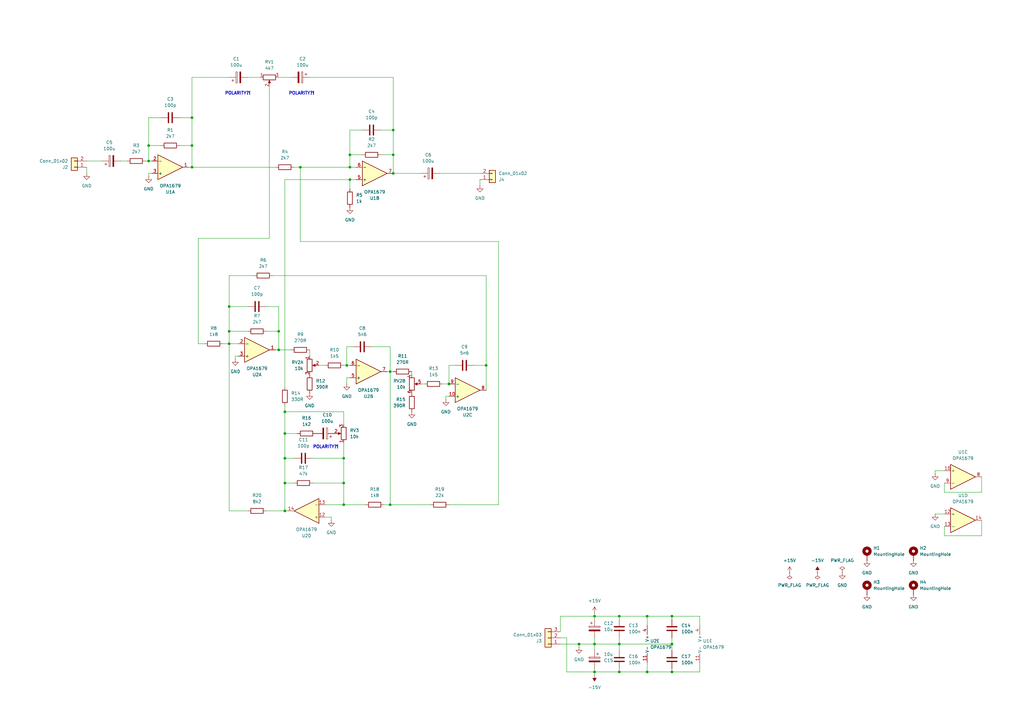
<source format=kicad_sch>
(kicad_sch (version 20231120) (generator "eeschema") (generator_version "8.0")
  (paper "A3")
  (title_block (title "Purrtico M") (date "2024-07-17") (rev "01") (company "Greybox Audio"))
  (lib_symbols
    (symbol "+15V_1" (power) (pin_numbers hide) (pin_names (offset 0) hide)
      (property "Value" "+15V" (at 0 3.556 0))
      (symbol "+15V_1_0_1"
        (polyline (pts (xy -0.762 1.27) (xy 0 2.54)))
        (polyline (pts (xy 0 0) (xy 0 2.54)))
        (polyline (pts (xy 0 2.54) (xy 0.762 1.27)))
      )
      (symbol "+15V_1_1_1"
        (pin power_in line (at 0 0 90) (length 0) (name "~") (number "1"))
      )
    )
    (symbol "Amplifier_Operational:OPA1679" (pin_names (offset 0.127))
      (property "Reference" "U" (at 0 5.08 0))
      (property "Value" "OPA1679" (at 0 -5.08 0))
      (symbol "OPA1679_1_1"
        (polyline (pts (xy -5.08 5.08) (xy 5.08 0) (xy -5.08 -5.08) (xy -5.08 5.08)) (stroke (width 0.254)) (fill (type background)))
        (pin output line (at 7.62 0 180) (length 2.54) (name "~") (number "1"))
        (pin input line (at -7.62 -2.54 0) (length 2.54) (name "-") (number "2"))
        (pin input line (at -7.62 2.54 0) (length 2.54) (name "+") (number "3"))
      )
      (symbol "OPA1679_2_1"
        (polyline (pts (xy -5.08 5.08) (xy 5.08 0) (xy -5.08 -5.08) (xy -5.08 5.08)) (stroke (width 0.254)) (fill (type background)))
        (pin input line (at -7.62 2.54 0) (length 2.54) (name "+") (number "5"))
        (pin input line (at -7.62 -2.54 0) (length 2.54) (name "-") (number "6"))
        (pin output line (at 7.62 0 180) (length 2.54) (name "~") (number "7"))
      )
      (symbol "OPA1679_3_1"
        (polyline (pts (xy -5.08 5.08) (xy 5.08 0) (xy -5.08 -5.08) (xy -5.08 5.08)) (stroke (width 0.254)) (fill (type background)))
        (pin input line (at -7.62 2.54 0) (length 2.54) (name "+") (number "10"))
        (pin output line (at 7.62 0 180) (length 2.54) (name "~") (number "8"))
        (pin input line (at -7.62 -2.54 0) (length 2.54) (name "-") (number "9"))
      )
      (symbol "OPA1679_4_1"
        (polyline (pts (xy -5.08 5.08) (xy 5.08 0) (xy -5.08 -5.08) (xy -5.08 5.08)) (stroke (width 0.254)) (fill (type background)))
        (pin input line (at -7.62 2.54 0) (length 2.54) (name "+") (number "12"))
        (pin input line (at -7.62 -2.54 0) (length 2.54) (name "-") (number "13"))
        (pin output line (at 7.62 0 180) (length 2.54) (name "~") (number "14"))
      )
      (symbol "OPA1679_5_1"
        (pin power_in line (at -2.54 -7.62 90) (length 3.81) (name "V-") (number "11"))
        (pin power_in line (at -2.54 7.62 270) (length 3.81) (name "V+") (number "4"))
      )
    )
    (symbol "Connector_Generic:Conn_01x02" (pin_names (offset 1.016) hide)
      (property "Reference" "J" (at 0 2.54 0))
      (property "Value" "Conn_01x02" (at 0 -5.08 0))
      (symbol "Conn_01x02_1_1"
        (rectangle (start -1.27 -2.413) (end 0 -2.667) (stroke (width 0.1524)))
        (rectangle (start -1.27 0.127) (end 0 -0.127) (stroke (width 0.1524)))
        (rectangle (start -1.27 1.27) (end 1.27 -3.81) (stroke (width 0.254)) (fill (type background)))
        (pin passive line (at -5.08 0 0) (length 3.81) (name "Pin_1") (number "1"))
        (pin passive line (at -5.08 -2.54 0) (length 3.81) (name "Pin_2") (number "2"))
      )
    )
    (symbol "Connector_Generic:Conn_01x03" (pin_names (offset 1.016) hide)
      (property "Reference" "J" (at 0 5.08 0))
      (property "Value" "Conn_01x03" (at 0 -5.08 0))
      (symbol "Conn_01x03_1_1"
        (rectangle (start -1.27 -2.413) (end 0 -2.667) (stroke (width 0.1524)))
        (rectangle (start -1.27 0.127) (end 0 -0.127) (stroke (width 0.1524)))
        (rectangle (start -1.27 2.667) (end 0 2.413) (stroke (width 0.1524)))
        (rectangle (start -1.27 3.81) (end 1.27 -3.81) (stroke (width 0.254)) (fill (type background)))
        (pin passive line (at -5.08 2.54 0) (length 3.81) (name "Pin_1") (number "1"))
        (pin passive line (at -5.08 0 0) (length 3.81) (name "Pin_2") (number "2"))
        (pin passive line (at -5.08 -2.54 0) (length 3.81) (name "Pin_3") (number "3"))
      )
    )
    (symbol "Device:C" (pin_numbers hide) (pin_names (offset 0.254))
      (property "Reference" "C" (at 0.635 2.54 0))
      (property "Value" "C" (at 0.635 -2.54 0))
      (symbol "C_0_1"
        (polyline (pts (xy -2.032 -0.762) (xy 2.032 -0.762)) (stroke (width 0.508)))
        (polyline (pts (xy -2.032 0.762) (xy 2.032 0.762)) (stroke (width 0.508)))
      )
      (symbol "C_1_1"
        (pin passive line (at 0 3.81 270) (length 2.794) (name "~") (number "1"))
        (pin passive line (at 0 -3.81 90) (length 2.794) (name "~") (number "2"))
      )
    )
    (symbol "Device:C_Polarized" (pin_numbers hide) (pin_names (offset 0.254))
      (property "Reference" "C" (at 0.635 2.54 0))
      (property "Value" "C_Polarized" (at 0.635 -2.54 0))
      (symbol "C_Polarized_0_1"
        (rectangle (start -2.286 0.508) (end 2.286 1.016))
        (polyline (pts (xy -1.778 2.286) (xy -0.762 2.286)))
        (polyline (pts (xy -1.27 2.794) (xy -1.27 1.778)))
        (rectangle (start 2.286 -0.508) (end -2.286 -1.016) (fill (type outline)))
      )
      (symbol "C_Polarized_1_1"
        (pin passive line (at 0 3.81 270) (length 2.794) (name "~") (number "1"))
        (pin passive line (at 0 -3.81 90) (length 2.794) (name "~") (number "2"))
      )
    )
    (symbol "Device:R" (pin_numbers hide) (pin_names (offset 0))
      (property "Reference" "R" (at 2.032 0 90))
      (property "Value" "R" (at 0 0 90))
      (symbol "R_0_1"
        (rectangle (start -1.016 -2.54) (end 1.016 2.54) (stroke (width 0.254)))
      )
      (symbol "R_1_1"
        (pin passive line (at 0 3.81 270) (length 1.27) (name "~") (number "1"))
        (pin passive line (at 0 -3.81 90) (length 1.27) (name "~") (number "2"))
      )
    )
    (symbol "Device:R_Potentiometer" (pin_names (offset 1.016) hide)
      (property "Reference" "RV" (at -4.445 0 90))
      (property "Value" "R_Potentiometer" (at -2.54 0 90))
      (symbol "R_Potentiometer_0_1"
        (polyline (pts (xy 2.54 0) (xy 1.524 0)))
        (polyline (pts (xy 1.143 0) (xy 2.286 0.508) (xy 2.286 -0.508) (xy 1.143 0)) (fill (type outline)))
        (rectangle (start 1.016 2.54) (end -1.016 -2.54) (stroke (width 0.254)))
      )
      (symbol "R_Potentiometer_1_1"
        (pin passive line (at 0 3.81 270) (length 1.27) (name "1") (number "1"))
        (pin passive line (at 3.81 0 180) (length 1.27) (name "2") (number "2"))
        (pin passive line (at 0 -3.81 90) (length 1.27) (name "3") (number "3"))
      )
    )
    (symbol "Device:R_Potentiometer_Dual_Separate" (pin_names (offset 1.016) hide)
      (property "Reference" "RV" (at -4.445 0 90))
      (property "Value" "R_Potentiometer_Dual_Separate" (at -2.54 0 90))
      (symbol "R_Potentiometer_Dual_Separate_0_1"
        (polyline (pts (xy 2.54 0) (xy 1.524 0)))
        (polyline (pts (xy 1.143 0) (xy 2.286 0.508) (xy 2.286 -0.508) (xy 1.143 0)) (fill (type outline)))
        (rectangle (start 1.016 2.54) (end -1.016 -2.54) (stroke (width 0.254)))
      )
      (symbol "R_Potentiometer_Dual_Separate_1_1"
        (pin passive line (at 0 3.81 270) (length 1.27) (name "1") (number "1"))
        (pin passive line (at 3.81 0 180) (length 1.27) (name "2") (number "2"))
        (pin passive line (at 0 -3.81 90) (length 1.27) (name "3") (number "3"))
      )
      (symbol "R_Potentiometer_Dual_Separate_2_1"
        (pin passive line (at 0 3.81 270) (length 1.27) (name "4") (number "4"))
        (pin passive line (at 3.81 0 180) (length 1.27) (name "5") (number "5"))
        (pin passive line (at 0 -3.81 90) (length 1.27) (name "6") (number "6"))
      )
    )
    (symbol "GND_1" (power) (pin_numbers hide) (pin_names (offset 0) hide)
      (property "Value" "GND" (at 0 -3.81 0))
      (symbol "GND_1_0_1"
        (polyline (pts (xy 0 0) (xy 0 -1.27) (xy 1.27 -1.27) (xy 0 -2.54) (xy -1.27 -1.27) (xy 0 -1.27)))
      )
      (symbol "GND_1_1_1"
        (pin power_in line (at 0 0 270) (length 0) (name "~") (number "1"))
      )
    )
    (symbol "Mechanical:MountingHole_Pad" (pin_numbers hide) (pin_names (offset 1.016) hide) (exclude_from_sim yes) (in_bom no)
      (property "Reference" "H" (at 0 6.35 0))
      (property "Value" "MountingHole_Pad" (at 0 4.445 0))
      (symbol "MountingHole_Pad_0_1"
        (circle (center 0 1.27) (radius 1.27) (stroke (width 1.27)))
      )
      (symbol "MountingHole_Pad_1_1"
        (pin input line (at 0 -2.54 90) (length 2.54) (name "1") (number "1"))
      )
    )
    (symbol "power:-15V" (power) (pin_numbers hide) (pin_names (offset 0) hide)
      (property "Value" "-15V" (at 0 3.556 0))
      (symbol "-15V_0_0"
        (pin power_in line (at 0 0 90) (length 0) (name "~") (number "1"))
      )
      (symbol "-15V_0_1"
        (polyline (pts (xy 0 0) (xy 0 1.27) (xy 0.762 1.27) (xy 0 2.54) (xy -0.762 1.27) (xy 0 1.27)) (fill (type outline)))
      )
    )
    (symbol "power:PWR_FLAG" (power) (pin_numbers hide) (pin_names (offset 0) hide)
      (property "Value" "PWR_FLAG" (at 0 3.81 0))
      (symbol "PWR_FLAG_0_0"
        (pin power_out line (at 0 0 90) (length 0) (name "~") (number "1"))
      )
      (symbol "PWR_FLAG_0_1"
        (polyline (pts (xy 0 0) (xy 0 1.27) (xy -1.016 1.905) (xy 0 2.54) (xy 1.016 1.905) (xy 0 1.27)))
      )
    )
  )
  (junction (at 254 264.16))
  (junction (at 140.97 198.12))
  (junction (at 143.51 68.58))
  (junction (at 60.96 59.69))
  (junction (at 78.74 68.58))
  (junction (at 114.3 143.51))
  (junction (at 78.74 59.69))
  (junction (at 116.84 187.96))
  (junction (at 143.51 73.66))
  (junction (at 114.3 135.89))
  (junction (at 116.84 177.8))
  (junction (at 140.97 187.96))
  (junction (at 93.98 125.73))
  (junction (at 275.59 252.73))
  (junction (at 116.84 209.55))
  (junction (at 275.59 275.59))
  (junction (at 243.84 252.73))
  (junction (at 93.98 135.89))
  (junction (at 142.24 149.86))
  (junction (at 140.97 207.01))
  (junction (at 243.84 275.59))
  (junction (at 265.43 252.73))
  (junction (at 184.15 157.48))
  (junction (at 78.74 48.26))
  (junction (at 265.43 275.59))
  (junction (at 199.39 149.86))
  (junction (at 93.98 140.97))
  (junction (at 160.02 152.4))
  (junction (at 143.51 63.5))
  (junction (at 237.49 264.16))
  (junction (at 254 252.73))
  (junction (at 161.29 71.12))
  (junction (at 161.29 53.34))
  (junction (at 161.29 63.5))
  (junction (at 243.84 264.16))
  (junction (at 254 275.59))
  (junction (at 275.59 264.16))
  (junction (at 60.96 66.04))
  (junction (at 116.84 198.12))
  (junction (at 160.02 207.01))
  (junction (at 123.19 68.58))
  (junction (at 116.84 168.91))
  (wire (pts (xy 116.84 187.96) (xy 120.65 187.96)))
  (wire (pts (xy 140.97 187.96) (xy 140.97 198.12)))
  (wire (pts (xy 148.59 63.5) (xy 143.51 63.5)))
  (wire (pts (xy 172.72 157.48) (xy 173.99 157.48)))
  (wire (pts (xy 114.3 143.51) (xy 119.38 143.51)))
  (wire (pts (xy 229.87 261.62) (xy 232.41 261.62)))
  (wire (pts (xy 66.04 48.26) (xy 60.96 48.26)))
  (wire (pts (xy 184.15 162.56) (xy 182.88 162.56)))
  (wire (pts (xy 156.21 53.34) (xy 161.29 53.34)))
  (wire (pts (xy 143.51 154.94) (xy 142.24 154.94)))
  (wire (pts (xy 142.24 142.24) (xy 144.78 142.24)))
  (wire (pts (xy 93.98 125.73) (xy 101.6 125.73)))
  (wire (pts (xy 237.49 264.16) (xy 237.49 265.43)))
  (wire (pts (xy 93.98 140.97) (xy 97.79 140.97)))
  (wire (pts (xy 81.28 140.97) (xy 83.82 140.97)))
  (wire (pts (xy 232.41 261.62) (xy 232.41 275.59)))
  (wire (pts (xy 116.84 166.37) (xy 116.84 168.91)))
  (wire (pts (xy 127 143.51) (xy 127 146.05)))
  (wire (pts (xy 194.31 149.86) (xy 199.39 149.86)))
  (wire (pts (xy 109.22 125.73) (xy 114.3 125.73)))
  (wire (pts (xy 387.35 198.12) (xy 387.35 201.93)))
  (wire (pts (xy 287.02 256.54) (xy 287.02 252.73)))
  (wire (pts (xy 182.88 162.56) (xy 182.88 163.83)))
  (wire (pts (xy 161.29 53.34) (xy 161.29 63.5)))
  (wire (pts (xy 254 254) (xy 254 252.73)))
  (wire (pts (xy 160.02 207.01) (xy 160.02 152.4)))
  (wire (pts (xy 78.74 31.75) (xy 93.98 31.75)))
  (wire (pts (xy 116.84 187.96) (xy 116.84 198.12)))
  (wire (pts (xy 81.28 97.79) (xy 110.49 97.79)))
  (wire (pts (xy 161.29 63.5) (xy 161.29 71.12)))
  (wire (pts (xy 243.84 264.16) (xy 243.84 261.62)))
  (wire (pts (xy 402.59 201.93) (xy 402.59 195.58)))
  (wire (pts (xy 229.87 264.16) (xy 237.49 264.16)))
  (wire (pts (xy 118.11 209.55) (xy 116.84 209.55)))
  (wire (pts (xy 143.51 77.47) (xy 143.51 73.66)))
  (wire (pts (xy 229.87 259.08) (xy 229.87 252.73)))
  (wire (pts (xy 254 261.62) (xy 254 264.16)))
  (wire (pts (xy 140.97 207.01) (xy 133.35 207.01)))
  (wire (pts (xy 161.29 31.75) (xy 161.29 53.34)))
  (wire (pts (xy 93.98 125.73) (xy 93.98 135.89)))
  (wire (pts (xy 140.97 173.99) (xy 140.97 168.91)))
  (wire (pts (xy 114.3 135.89) (xy 114.3 143.51)))
  (wire (pts (xy 116.84 168.91) (xy 116.84 177.8)))
  (wire (pts (xy 77.47 68.58) (xy 78.74 68.58)))
  (wire (pts (xy 161.29 63.5) (xy 156.21 63.5)))
  (wire (pts (xy 110.49 97.79) (xy 110.49 35.56)))
  (wire (pts (xy 140.97 207.01) (xy 149.86 207.01)))
  (wire (pts (xy 287.02 271.78) (xy 287.02 275.59)))
  (wire (pts (xy 143.51 53.34) (xy 143.51 63.5)))
  (wire (pts (xy 120.65 68.58) (xy 123.19 68.58)))
  (wire (pts (xy 180.34 71.12) (xy 196.85 71.12)))
  (wire (pts (xy 93.98 135.89) (xy 101.6 135.89)))
  (wire (pts (xy 275.59 261.62) (xy 275.59 264.16)))
  (wire (pts (xy 158.75 152.4) (xy 160.02 152.4)))
  (wire (pts (xy 199.39 113.03) (xy 111.76 113.03)))
  (wire (pts (xy 97.79 146.05) (xy 96.52 146.05)))
  (wire (pts (xy 60.96 71.12) (xy 60.96 72.39)))
  (wire (pts (xy 161.29 71.12) (xy 172.72 71.12)))
  (wire (pts (xy 254 264.16) (xy 254 266.7)))
  (wire (pts (xy 59.69 66.04) (xy 60.96 66.04)))
  (wire (pts (xy 60.96 66.04) (xy 62.23 66.04)))
  (wire (pts (xy 243.84 275.59) (xy 254 275.59)))
  (wire (pts (xy 204.47 207.01) (xy 204.47 99.06)))
  (wire (pts (xy 35.56 66.04) (xy 41.91 66.04)))
  (wire (pts (xy 62.23 71.12) (xy 60.96 71.12)))
  (wire (pts (xy 383.54 210.82) (xy 387.35 210.82)))
  (wire (pts (xy 402.59 219.71) (xy 402.59 213.36)))
  (wire (pts (xy 140.97 198.12) (xy 128.27 198.12)))
  (wire (pts (xy 60.96 59.69) (xy 60.96 66.04)))
  (wire (pts (xy 78.74 48.26) (xy 78.74 59.69)))
  (wire (pts (xy 49.53 66.04) (xy 52.07 66.04)))
  (wire (pts (xy 116.84 73.66) (xy 116.84 158.75)))
  (wire (pts (xy 123.19 99.06) (xy 123.19 68.58)))
  (wire (pts (xy 142.24 149.86) (xy 143.51 149.86)))
  (wire (pts (xy 181.61 157.48) (xy 184.15 157.48)))
  (wire (pts (xy 78.74 31.75) (xy 78.74 48.26)))
  (wire (pts (xy 265.43 271.78) (xy 265.43 275.59)))
  (wire (pts (xy 140.97 181.61) (xy 140.97 187.96)))
  (wire (pts (xy 60.96 48.26) (xy 60.96 59.69)))
  (wire (pts (xy 265.43 275.59) (xy 254 275.59)))
  (wire (pts (xy 148.59 53.34) (xy 143.51 53.34)))
  (wire (pts (xy 119.38 31.75) (xy 114.3 31.75)))
  (wire (pts (xy 120.65 198.12) (xy 116.84 198.12)))
  (wire (pts (xy 60.96 59.69) (xy 66.04 59.69)))
  (wire (pts (xy 78.74 59.69) (xy 78.74 68.58)))
  (wire (pts (xy 229.87 252.73) (xy 243.84 252.73)))
  (wire (pts (xy 243.84 251.46) (xy 243.84 252.73)))
  (wire (pts (xy 254 264.16) (xy 275.59 264.16)))
  (wire (pts (xy 243.84 252.73) (xy 254 252.73)))
  (wire (pts (xy 93.98 135.89) (xy 93.98 140.97)))
  (wire (pts (xy 199.39 149.86) (xy 199.39 160.02)))
  (wire (pts (xy 265.43 275.59) (xy 275.59 275.59)))
  (wire (pts (xy 275.59 254) (xy 275.59 252.73)))
  (wire (pts (xy 387.35 219.71) (xy 402.59 219.71)))
  (wire (pts (xy 152.4 142.24) (xy 160.02 142.24)))
  (wire (pts (xy 265.43 252.73) (xy 254 252.73)))
  (wire (pts (xy 143.51 68.58) (xy 146.05 68.58)))
  (wire (pts (xy 140.97 168.91) (xy 116.84 168.91)))
  (wire (pts (xy 142.24 149.86) (xy 142.24 142.24)))
  (wire (pts (xy 116.84 73.66) (xy 143.51 73.66)))
  (wire (pts (xy 243.84 264.16) (xy 243.84 266.7)))
  (wire (pts (xy 78.74 68.58) (xy 113.03 68.58)))
  (wire (pts (xy 140.97 198.12) (xy 140.97 207.01)))
  (wire (pts (xy 204.47 99.06) (xy 123.19 99.06)))
  (wire (pts (xy 133.35 212.09) (xy 135.89 212.09)))
  (wire (pts (xy 383.54 193.04) (xy 383.54 194.31)))
  (wire (pts (xy 35.56 68.58) (xy 35.56 71.12)))
  (wire (pts (xy 387.35 201.93) (xy 402.59 201.93)))
  (wire (pts (xy 140.97 187.96) (xy 128.27 187.96)))
  (wire (pts (xy 243.84 264.16) (xy 254 264.16)))
  (wire (pts (xy 184.15 149.86) (xy 186.69 149.86)))
  (wire (pts (xy 101.6 209.55) (xy 93.98 209.55)))
  (wire (pts (xy 81.28 140.97) (xy 81.28 97.79)))
  (wire (pts (xy 275.59 274.32) (xy 275.59 275.59)))
  (wire (pts (xy 93.98 140.97) (xy 93.98 209.55)))
  (wire (pts (xy 275.59 264.16) (xy 275.59 266.7)))
  (wire (pts (xy 287.02 252.73) (xy 275.59 252.73)))
  (wire (pts (xy 78.74 48.26) (xy 73.66 48.26)))
  (wire (pts (xy 168.91 152.4) (xy 168.91 153.67)))
  (wire (pts (xy 143.51 73.66) (xy 146.05 73.66)))
  (wire (pts (xy 114.3 135.89) (xy 109.22 135.89)))
  (wire (pts (xy 142.24 154.94) (xy 142.24 157.48)))
  (wire (pts (xy 96.52 146.05) (xy 96.52 147.32)))
  (wire (pts (xy 73.66 59.69) (xy 78.74 59.69)))
  (wire (pts (xy 184.15 149.86) (xy 184.15 157.48)))
  (wire (pts (xy 135.89 212.09) (xy 135.89 213.36)))
  (wire (pts (xy 116.84 177.8) (xy 116.84 187.96)))
  (wire (pts (xy 237.49 264.16) (xy 243.84 264.16)))
  (wire (pts (xy 387.35 193.04) (xy 383.54 193.04)))
  (wire (pts (xy 91.44 140.97) (xy 93.98 140.97)))
  (wire (pts (xy 243.84 252.73) (xy 243.84 254)))
  (wire (pts (xy 93.98 113.03) (xy 93.98 125.73)))
  (wire (pts (xy 287.02 275.59) (xy 275.59 275.59)))
  (wire (pts (xy 265.43 256.54) (xy 265.43 252.73)))
  (wire (pts (xy 265.43 252.73) (xy 275.59 252.73)))
  (wire (pts (xy 243.84 275.59) (xy 232.41 275.59)))
  (wire (pts (xy 161.29 31.75) (xy 127 31.75)))
  (wire (pts (xy 161.29 152.4) (xy 160.02 152.4)))
  (wire (pts (xy 106.68 31.75) (xy 101.6 31.75)))
  (wire (pts (xy 116.84 177.8) (xy 121.92 177.8)))
  (wire (pts (xy 143.51 63.5) (xy 143.51 68.58)))
  (wire (pts (xy 130.81 149.86) (xy 133.35 149.86)))
  (wire (pts (xy 160.02 207.01) (xy 176.53 207.01)))
  (wire (pts (xy 140.97 149.86) (xy 142.24 149.86)))
  (wire (pts (xy 160.02 152.4) (xy 160.02 142.24)))
  (wire (pts (xy 114.3 125.73) (xy 114.3 135.89)))
  (wire (pts (xy 116.84 198.12) (xy 116.84 209.55)))
  (wire (pts (xy 113.03 143.51) (xy 114.3 143.51)))
  (wire (pts (xy 93.98 113.03) (xy 104.14 113.03)))
  (wire (pts (xy 157.48 207.01) (xy 160.02 207.01)))
  (wire (pts (xy 243.84 275.59) (xy 243.84 276.86)))
  (wire (pts (xy 254 274.32) (xy 254 275.59)))
  (wire (pts (xy 243.84 274.32) (xy 243.84 275.59)))
  (wire (pts (xy 116.84 209.55) (xy 109.22 209.55)))
  (wire (pts (xy 123.19 68.58) (xy 143.51 68.58)))
  (wire (pts (xy 387.35 215.9) (xy 387.35 219.71)))
  (wire (pts (xy 199.39 113.03) (xy 199.39 149.86)))
  (wire (pts (xy 196.85 73.66) (xy 196.85 76.2)))
  (wire (pts (xy 184.15 207.01) (xy 204.47 207.01)))
  (text "POLARITY?!" (at 123.698 38.354 0) (effects (font (size 1.27 1.27) (thickness 0.254) (bold yes))))
  (text "POLARITY?!" (at 97.536 38.354 0) (effects (font (size 1.27 1.27) (thickness 0.254) (bold yes))))
  (text "POLARITY?!" (at 133.604 183.388 0) (effects (font (size 1.27 1.27) (thickness 0.254) (bold yes))))
  (symbol (lib_id "power:PWR_FLAG") (at 323.85 234.95 0) (mirror x) (unit 1)
    (property "Reference" "#FLG01" (effects (hide yes)))
    (property "Value" "PWR_FLAG" (at 323.85 240.03 0))
    (property "Description" "Special symbol for telling ERC where power comes from" (effects (hide yes)))
  )
  (symbol (lib_id "Device:R_Potentiometer") (at 110.49 31.75 90) (mirror x) (unit 1)
    (property "Reference" "RV1" (at 110.49 25.4 90))
    (property "Value" "4k7" (at 110.49 27.94 90))
    (property "Footprint" "Connector_PinHeader_2.54mm:PinHeader_1x03_P2.54mm_Vertical" (effects (hide yes)))
    (property "Description" "Potentiometer" (effects (hide yes)))
  )
  (symbol (lib_id "Device:C") (at 152.4 53.34 90) (unit 1)
    (property "Reference" "C4" (at 152.4 45.72 90))
    (property "Value" "100p" (at 152.4 48.26 90))
    (property "Footprint" "Capacitor_SMD:C_1206_3216Metric" (effects (hide yes)))
    (property "Description" "Unpolarized capacitor" (effects (hide yes)))
  )
  (symbol (lib_id "Amplifier_Operational:OPA1679") (at 69.85 68.58 0) (mirror x) (unit 1)
    (property "Reference" "U1" (at 69.85 78.74 0))
    (property "Value" "OPA1679" (at 69.85 76.2 0))
    (property "Footprint" "Package_SO:SOIC-14_3.9x8.7mm_P1.27mm" (effects (hide yes)))
    (property "Datasheet" "http://www.ti.com/lit/ds/symlink/opa1678.pdf" (effects (hide yes)))
    (property "Description" "Low-Distortion Audio Operational Amplifiers, SOIC-14/TSSOP-14" (effects (hide yes)))
  )
  (symbol (lib_name "+15V_1") (lib_id "power:+15V") (at 243.84 251.46 0) (unit 1)
    (property "Reference" "#PWR018" (effects (hide yes)))
    (property "Value" "+15V" (at 243.84 246.38 0))
    (property "Description" "Power symbol creates a global label with name \"+15V\"" (effects (hide yes)))
  )
  (symbol (lib_name "GND_1") (lib_id "power:GND") (at 96.52 147.32 0) (unit 1)
    (property "Reference" "#PWR03" (effects (hide yes)))
    (property "Value" "GND" (at 96.52 152.4 0))
    (property "Description" "Power symbol creates a global label with name \"GND\" , ground" (effects (hide yes)))
  )
  (symbol (lib_id "Device:R") (at 69.85 59.69 90) (unit 1)
    (property "Reference" "R1" (at 69.85 53.34 90))
    (property "Value" "2k7" (at 69.85 55.88 90))
    (property "Footprint" "Resistor_SMD:R_1206_3216Metric" (effects (hide yes)))
    (property "Description" "Resistor" (effects (hide yes)))
  )
  (symbol (lib_name "GND_1") (lib_id "power:GND") (at 168.91 168.91 0) (mirror y) (unit 1)
    (property "Reference" "#PWR07" (effects (hide yes)))
    (property "Value" "GND" (at 168.91 173.99 0))
    (property "Description" "Power symbol creates a global label with name \"GND\" , ground" (effects (hide yes)))
  )
  (symbol (lib_name "GND_1") (lib_id "power:GND") (at 345.44 234.95 0) (unit 1)
    (property "Reference" "#PWR015" (effects (hide yes)))
    (property "Value" "GND" (at 345.44 240.03 0))
    (property "Description" "Power symbol creates a global label with name \"GND\" , ground" (effects (hide yes)))
  )
  (symbol (lib_id "Device:C_Polarized") (at 243.84 270.51 0) (mirror y) (unit 1)
    (property "Reference" "C15" (at 247.65 270.891 0) (effects (justify right)))
    (property "Value" "10u" (at 247.65 268.351 0) (effects (justify right)))
    (property "Footprint" "Capacitor_THT:CP_Radial_D6.3mm_P2.50mm" (effects (hide yes)))
  )
  (symbol (lib_name "+15V_1") (lib_id "power:+15V") (at 323.85 234.95 0) (unit 1)
    (property "Reference" "#PWR013" (effects (hide yes)))
    (property "Value" "+15V" (at 323.85 229.87 0))
    (property "Description" "Power symbol creates a global label with name \"+15V\"" (effects (hide yes)))
  )
  (symbol (lib_id "Mechanical:MountingHole_Pad") (at 374.65 227.33 0) (unit 1) (exclude_from_sim yes) (in_bom no)
    (property "Reference" "H2" (at 377.19 224.7899 0) (effects (justify left)))
    (property "Value" "MountingHole" (at 377.19 227.3299 0) (effects (justify left)))
    (property "Footprint" "MountingHole:MountingHole_3.2mm_M3_DIN965_Pad" (effects (hide yes)))
    (property "Description" "Mounting Hole with connection" (effects (hide yes)))
  )
  (symbol (lib_id "Device:R") (at 116.84 68.58 90) (unit 1)
    (property "Reference" "R4" (at 116.84 62.23 90))
    (property "Value" "2k7" (at 116.84 64.77 90))
    (property "Footprint" "Resistor_SMD:R_1206_3216Metric" (effects (hide yes)))
    (property "Description" "Resistor" (effects (hide yes)))
  )
  (symbol (lib_id "Amplifier_Operational:OPA1679") (at 191.77 160.02 0) (mirror x) (unit 3)
    (property "Reference" "U2" (at 191.77 170.18 0))
    (property "Value" "OPA1679" (at 191.77 167.64 0))
    (property "Footprint" "Package_SO:SOIC-14_3.9x8.7mm_P1.27mm" (effects (hide yes)))
    (property "Datasheet" "http://www.ti.com/lit/ds/symlink/opa1678.pdf" (effects (hide yes)))
    (property "Description" "Low-Distortion Audio Operational Amplifiers, SOIC-14/TSSOP-14" (effects (hide yes)))
  )
  (symbol (lib_id "Device:R") (at 87.63 140.97 90) (unit 1)
    (property "Reference" "R8" (at 87.63 134.62 90))
    (property "Value" "1k8" (at 87.63 137.16 90))
    (property "Footprint" "Resistor_SMD:R_1206_3216Metric" (effects (hide yes)))
    (property "Description" "Resistor" (effects (hide yes)))
  )
  (symbol (lib_id "Amplifier_Operational:OPA1679") (at 105.41 143.51 0) (mirror x) (unit 1)
    (property "Reference" "U2" (at 105.41 153.67 0))
    (property "Value" "OPA1679" (at 105.41 151.13 0))
    (property "Footprint" "Package_SO:SOIC-14_3.9x8.7mm_P1.27mm" (effects (hide yes)))
    (property "Datasheet" "http://www.ti.com/lit/ds/symlink/opa1678.pdf" (effects (hide yes)))
    (property "Description" "Low-Distortion Audio Operational Amplifiers, SOIC-14/TSSOP-14" (effects (hide yes)))
  )
  (symbol (lib_id "Device:R") (at 143.51 81.28 180) (unit 1)
    (property "Reference" "R5" (at 146.05 80.0099 0) (effects (justify right)))
    (property "Value" "1k" (at 146.05 82.5499 0) (effects (justify right)))
    (property "Footprint" "Resistor_SMD:R_1206_3216Metric" (effects (hide yes)))
    (property "Description" "Resistor" (effects (hide yes)))
  )
  (symbol (lib_id "Device:R") (at 116.84 162.56 180) (unit 1)
    (property "Reference" "R14" (at 119.38 161.2899 0) (effects (justify right)))
    (property "Value" "330R" (at 119.38 163.8299 0) (effects (justify right)))
    (property "Footprint" "Resistor_SMD:R_1206_3216Metric" (effects (hide yes)))
    (property "Description" "Resistor" (effects (hide yes)))
  )
  (symbol (lib_id "Amplifier_Operational:OPA1679") (at 394.97 213.36 0) (unit 4)
    (property "Reference" "U1" (at 394.97 203.2 0))
    (property "Value" "OPA1679" (at 394.97 205.74 0))
    (property "Footprint" "Package_SO:SOIC-14_3.9x8.7mm_P1.27mm" (effects (hide yes)))
    (property "Datasheet" "http://www.ti.com/lit/ds/symlink/opa1678.pdf" (effects (hide yes)))
    (property "Description" "Low-Distortion Audio Operational Amplifiers, SOIC-14/TSSOP-14" (effects (hide yes)))
  )
  (symbol (lib_id "Amplifier_Operational:OPA1679") (at 153.67 71.12 0) (mirror x) (unit 2)
    (property "Reference" "U1" (at 153.67 81.28 0))
    (property "Value" "OPA1679" (at 153.67 78.74 0))
    (property "Footprint" "Package_SO:SOIC-14_3.9x8.7mm_P1.27mm" (effects (hide yes)))
    (property "Datasheet" "http://www.ti.com/lit/ds/symlink/opa1678.pdf" (effects (hide yes)))
    (property "Description" "Low-Distortion Audio Operational Amplifiers, SOIC-14/TSSOP-14" (effects (hide yes)))
  )
  (symbol (lib_name "GND_1") (lib_id "power:GND") (at 383.54 210.82 0) (unit 1)
    (property "Reference" "#PWR010" (effects (hide yes)))
    (property "Value" "GND" (at 383.54 215.9 0))
    (property "Description" "Power symbol creates a global label with name \"GND\" , ground" (effects (hide yes)))
  )
  (symbol (lib_id "Device:C_Polarized") (at 97.79 31.75 90) (unit 1)
    (property "Reference" "C1" (at 96.901 24.13 90))
    (property "Value" "100u" (at 96.901 26.67 90))
    (property "Footprint" "Capacitor_THT:CP_Radial_D6.3mm_P2.50mm" (effects (hide yes)))
    (property "Description" "Polarized capacitor" (effects (hide yes)))
  )
  (symbol (lib_id "Device:C_Polarized") (at 243.84 257.81 0) (unit 1)
    (property "Reference" "C12" (at 247.65 255.651 0) (effects (justify left)))
    (property "Value" "10u" (at 247.65 258.191 0) (effects (justify left)))
    (property "Footprint" "Capacitor_THT:CP_Radial_D6.3mm_P2.50mm" (effects (hide yes)))
  )
  (symbol (lib_id "Device:C_Polarized") (at 133.35 177.8 270) (mirror x) (unit 1)
    (property "Reference" "C10" (at 134.239 170.18 90))
    (property "Value" "100u" (at 134.239 172.72 90))
    (property "Footprint" "Capacitor_THT:CP_Radial_D6.3mm_P2.50mm" (effects (hide yes)))
    (property "Description" "Polarized capacitor" (effects (hide yes)))
  )
  (symbol (lib_id "Device:R") (at 124.46 198.12 90) (unit 1)
    (property "Reference" "R17" (at 124.46 191.77 90))
    (property "Value" "47k" (at 124.46 194.31 90))
    (property "Footprint" "Resistor_SMD:R_1206_3216Metric" (effects (hide yes)))
    (property "Description" "Resistor" (effects (hide yes)))
  )
  (symbol (lib_id "Device:C") (at 254 270.51 0) (unit 1)
    (property "Reference" "C16" (at 257.81 269.24 0) (effects (justify left)))
    (property "Value" "100n" (at 257.81 271.78 0) (effects (justify left)))
    (property "Footprint" "Capacitor_SMD:C_1206_3216Metric" (effects (hide yes)))
  )
  (symbol (lib_id "Device:C") (at 148.59 142.24 90) (unit 1)
    (property "Reference" "C8" (at 148.59 134.62 90))
    (property "Value" "5n6" (at 148.59 137.16 90))
    (property "Footprint" "Capacitor_THT:C_Rect_L7.2mm_W2.5mm_P5.00mm_FKS2_FKP2_MKS2_MKP2" (effects (hide yes)))
    (property "Description" "Unpolarized capacitor" (effects (hide yes)))
  )
  (symbol (lib_name "GND_1") (lib_id "power:GND") (at 355.6 243.84 0) (unit 1)
    (property "Reference" "#PWR016" (effects (hide yes)))
    (property "Value" "GND" (at 355.6 248.92 0))
    (property "Description" "Power symbol creates a global label with name \"GND\" , ground" (effects (hide yes)))
  )
  (symbol (lib_id "Mechanical:MountingHole_Pad") (at 374.65 241.3 0) (unit 1) (exclude_from_sim yes) (in_bom no)
    (property "Reference" "H4" (at 377.19 238.7599 0) (effects (justify left)))
    (property "Value" "MountingHole" (at 377.19 241.2999 0) (effects (justify left)))
    (property "Footprint" "MountingHole:MountingHole_3.2mm_M3_DIN965_Pad" (effects (hide yes)))
    (property "Description" "Mounting Hole with connection" (effects (hide yes)))
  )
  (symbol (lib_id "Device:C") (at 190.5 149.86 90) (unit 1)
    (property "Reference" "C9" (at 190.5 142.24 90))
    (property "Value" "5n6" (at 190.5 144.78 90))
    (property "Footprint" "Capacitor_THT:C_Rect_L7.2mm_W2.5mm_P5.00mm_FKS2_FKP2_MKS2_MKP2" (effects (hide yes)))
    (property "Description" "Unpolarized capacitor" (effects (hide yes)))
  )
  (symbol (lib_id "Device:C") (at 69.85 48.26 90) (unit 1)
    (property "Reference" "C3" (at 69.85 40.64 90))
    (property "Value" "100p" (at 69.85 43.18 90))
    (property "Footprint" "Capacitor_SMD:C_1206_3216Metric" (effects (hide yes)))
    (property "Description" "Unpolarized capacitor" (effects (hide yes)))
  )
  (symbol (lib_id "Device:R") (at 123.19 143.51 270) (unit 1)
    (property "Reference" "R9" (at 123.19 137.16 90))
    (property "Value" "270R" (at 123.19 139.7 90))
    (property "Footprint" "Resistor_SMD:R_1206_3216Metric" (effects (hide yes)))
    (property "Description" "Resistor" (effects (hide yes)))
  )
  (symbol (lib_name "GND_1") (lib_id "power:GND") (at 196.85 76.2 0) (unit 1)
    (property "Reference" "#PWR021" (effects (hide yes)))
    (property "Value" "GND" (at 196.85 81.28 0))
    (property "Description" "Power symbol creates a global label with name \"GND\" , ground" (effects (hide yes)))
  )
  (symbol (lib_name "GND_1") (lib_id "power:GND") (at 60.96 72.39 0) (unit 1)
    (property "Reference" "#PWR01" (effects (hide yes)))
    (property "Value" "GND" (at 60.96 77.47 0))
    (property "Description" "Power symbol creates a global label with name \"GND\" , ground" (effects (hide yes)))
  )
  (symbol (lib_name "GND_1") (lib_id "power:GND") (at 237.49 265.43 0) (unit 1)
    (property "Reference" "#PWR019" (effects (hide yes)))
    (property "Value" "GND" (at 237.49 270.51 0))
    (property "Description" "Power symbol creates a global label with name \"GND\" , ground" (effects (hide yes)))
  )
  (symbol (lib_id "Device:R") (at 152.4 63.5 90) (unit 1)
    (property "Reference" "R2" (at 152.4 57.15 90))
    (property "Value" "2k7" (at 152.4 59.69 90))
    (property "Footprint" "Resistor_SMD:R_1206_3216Metric" (effects (hide yes)))
    (property "Description" "Resistor" (effects (hide yes)))
  )
  (symbol (lib_id "power:PWR_FLAG") (at 345.44 234.95 0) (unit 1)
    (property "Reference" "#FLG03" (effects (hide yes)))
    (property "Value" "PWR_FLAG" (at 345.44 229.87 0))
    (property "Description" "Special symbol for telling ERC where power comes from" (effects (hide yes)))
  )
  (symbol (lib_name "GND_1") (lib_id "power:GND") (at 374.65 243.84 0) (unit 1)
    (property "Reference" "#PWR017" (effects (hide yes)))
    (property "Value" "GND" (at 374.65 248.92 0))
    (property "Description" "Power symbol creates a global label with name \"GND\" , ground" (effects (hide yes)))
  )
  (symbol (lib_name "GND_1") (lib_id "power:GND") (at 355.6 229.87 0) (unit 1)
    (property "Reference" "#PWR011" (effects (hide yes)))
    (property "Value" "GND" (at 355.6 234.95 0))
    (property "Description" "Power symbol creates a global label with name \"GND\" , ground" (effects (hide yes)))
  )
  (symbol (lib_name "GND_1") (lib_id "power:GND") (at 142.24 157.48 0) (unit 1)
    (property "Reference" "#PWR04" (effects (hide yes)))
    (property "Value" "GND" (at 142.24 162.56 0))
    (property "Description" "Power symbol creates a global label with name \"GND\" , ground" (effects (hide yes)))
  )
  (symbol (lib_id "Device:R") (at 125.73 177.8 90) (unit 1)
    (property "Reference" "R16" (at 125.73 171.45 90))
    (property "Value" "1k2" (at 125.73 173.99 90))
    (property "Footprint" "Resistor_SMD:R_1206_3216Metric" (effects (hide yes)))
    (property "Description" "Resistor" (effects (hide yes)))
  )
  (symbol (lib_id "Device:R") (at 55.88 66.04 90) (unit 1)
    (property "Reference" "R3" (at 55.88 59.69 90))
    (property "Value" "2k7" (at 55.88 62.23 90))
    (property "Footprint" "Resistor_SMD:R_1206_3216Metric" (effects (hide yes)))
    (property "Description" "Resistor" (effects (hide yes)))
  )
  (symbol (lib_id "Amplifier_Operational:OPA1679") (at 289.56 264.16 0) (unit 5)
    (property "Reference" "U1" (at 288.29 262.8899 0) (effects (justify left)))
    (property "Value" "OPA1679" (at 288.29 265.4299 0) (effects (justify left)))
    (property "Footprint" "Package_SO:SOIC-14_3.9x8.7mm_P1.27mm" (effects (hide yes)))
    (property "Datasheet" "http://www.ti.com/lit/ds/symlink/opa1678.pdf" (effects (hide yes)))
    (property "Description" "Low-Distortion Audio Operational Amplifiers, SOIC-14/TSSOP-14" (effects (hide yes)))
  )
  (symbol (lib_id "Mechanical:MountingHole_Pad") (at 355.6 227.33 0) (unit 1) (exclude_from_sim yes) (in_bom no)
    (property "Reference" "H1" (at 358.14 224.7899 0) (effects (justify left)))
    (property "Value" "MountingHole" (at 358.14 227.3299 0) (effects (justify left)))
    (property "Footprint" "MountingHole:MountingHole_3.2mm_M3_DIN965_Pad" (effects (hide yes)))
    (property "Description" "Mounting Hole with connection" (effects (hide yes)))
  )
  (symbol (lib_id "Device:R") (at 165.1 152.4 90) (mirror x) (unit 1)
    (property "Reference" "R11" (at 165.1 146.05 90))
    (property "Value" "270R" (at 165.1 148.59 90))
    (property "Footprint" "Resistor_SMD:R_1206_3216Metric" (effects (hide yes)))
    (property "Description" "Resistor" (effects (hide yes)))
  )
  (symbol (lib_name "GND_1") (lib_id "power:GND") (at 35.56 71.12 0) (mirror y) (unit 1)
    (property "Reference" "#PWR022" (effects (hide yes)))
    (property "Value" "GND" (at 35.56 76.2 0))
    (property "Description" "Power symbol creates a global label with name \"GND\" , ground" (effects (hide yes)))
  )
  (symbol (lib_id "Device:R_Potentiometer_Dual_Separate") (at 127 149.86 0) (unit 1)
    (property "Reference" "RV2" (at 124.46 148.5899 0) (effects (justify right)))
    (property "Value" "10k" (at 124.46 151.1299 0) (effects (justify right)))
    (property "Footprint" "Connector_PinHeader_2.54mm:PinHeader_2x03_P2.54mm_Vertical" (effects (hide yes)))
    (property "Description" "Dual potentiometer, separate units" (effects (hide yes)))
  )
  (symbol (lib_id "Device:C") (at 105.41 125.73 90) (unit 1)
    (property "Reference" "C7" (at 105.41 118.11 90))
    (property "Value" "100p" (at 105.41 120.65 90))
    (property "Footprint" "Capacitor_SMD:C_1206_3216Metric" (effects (hide yes)))
    (property "Description" "Unpolarized capacitor" (effects (hide yes)))
  )
  (symbol (lib_id "Amplifier_Operational:OPA1679") (at 125.73 209.55 180) (unit 4)
    (property "Reference" "U2" (at 125.73 219.71 0))
    (property "Value" "OPA1679" (at 125.73 217.17 0))
    (property "Footprint" "Package_SO:SOIC-14_3.9x8.7mm_P1.27mm" (effects (hide yes)))
    (property "Datasheet" "http://www.ti.com/lit/ds/symlink/opa1678.pdf" (effects (hide yes)))
    (property "Description" "Low-Distortion Audio Operational Amplifiers, SOIC-14/TSSOP-14" (effects (hide yes)))
  )
  (symbol (lib_id "Device:R") (at 168.91 165.1 0) (mirror x) (unit 1)
    (property "Reference" "R15" (at 166.37 163.8299 0) (effects (justify right)))
    (property "Value" "390R" (at 166.37 166.3699 0) (effects (justify right)))
    (property "Footprint" "Resistor_SMD:R_1206_3216Metric" (effects (hide yes)))
    (property "Description" "Resistor" (effects (hide yes)))
  )
  (symbol (lib_id "Device:C_Polarized") (at 176.53 71.12 90) (unit 1)
    (property "Reference" "C6" (at 175.641 63.5 90))
    (property "Value" "100u" (at 175.641 66.04 90))
    (property "Footprint" "Capacitor_THT:CP_Radial_D6.3mm_P2.50mm" (effects (hide yes)))
    (property "Description" "Polarized capacitor" (effects (hide yes)))
  )
  (symbol (lib_id "Connector_Generic:Conn_01x03") (at 224.79 261.62 180) (unit 1)
    (property "Reference" "J3" (at 222.25 262.8901 0) (effects (justify left)))
    (property "Value" "Conn_01x03" (at 222.25 260.3501 0) (effects (justify left)))
    (property "Footprint" "Connector_PinHeader_2.54mm:PinHeader_1x03_P2.54mm_Vertical" (effects (hide yes)))
    (property "Description" "Generic connector, single row, 01x03, script generated (kicad-library-utils/schlib/autogen/connector/)" (effects (hide yes)))
  )
  (symbol (lib_name "GND_1") (lib_id "power:GND") (at 182.88 163.83 0) (unit 1)
    (property "Reference" "#PWR06" (effects (hide yes)))
    (property "Value" "GND" (at 182.88 168.91 0))
    (property "Description" "Power symbol creates a global label with name \"GND\" , ground" (effects (hide yes)))
  )
  (symbol (lib_id "Device:R_Potentiometer_Dual_Separate") (at 168.91 157.48 0) (unit 2)
    (property "Reference" "RV2" (at 166.37 156.2099 0) (effects (justify right)))
    (property "Value" "10k" (at 166.37 158.7499 0) (effects (justify right)))
    (property "Footprint" "Connector_PinHeader_2.54mm:PinHeader_2x03_P2.54mm_Vertical" (effects (hide yes)))
    (property "Description" "Dual potentiometer, separate units" (effects (hide yes)))
  )
  (symbol (lib_id "Connector_Generic:Conn_01x02") (at 201.93 73.66 0) (mirror x) (unit 1)
    (property "Reference" "J4" (at 204.47 73.6601 0) (effects (justify left)))
    (property "Value" "Conn_01x02" (at 204.47 71.1201 0) (effects (justify left)))
    (property "Footprint" "Connector_PinHeader_2.54mm:PinHeader_1x02_P2.54mm_Vertical" (effects (hide yes)))
    (property "Description" "Generic connector, single row, 01x02, script generated (kicad-library-utils/schlib/autogen/connector/)" (effects (hide yes)))
  )
  (symbol (lib_id "Device:C_Polarized") (at 123.19 31.75 270) (unit 1)
    (property "Reference" "C2" (at 124.079 24.13 90))
    (property "Value" "100u" (at 124.079 26.67 90))
    (property "Footprint" "Capacitor_THT:CP_Radial_D6.3mm_P2.50mm" (effects (hide yes)))
    (property "Description" "Polarized capacitor" (effects (hide yes)))
  )
  (symbol (lib_id "Device:R") (at 137.16 149.86 90) (unit 1)
    (property "Reference" "R10" (at 137.16 143.51 90))
    (property "Value" "1k5" (at 137.16 146.05 90))
    (property "Footprint" "Resistor_SMD:R_1206_3216Metric" (effects (hide yes)))
    (property "Description" "Resistor" (effects (hide yes)))
  )
  (symbol (lib_id "power:-15V") (at 243.84 276.86 180) (unit 1)
    (property "Reference" "#PWR020" (effects (hide yes)))
    (property "Value" "-15V" (at 243.84 281.94 0))
    (property "Description" "Power symbol creates a global label with name \"-15V\"" (effects (hide yes)))
  )
  (symbol (lib_id "power:PWR_FLAG") (at 335.28 234.95 0) (mirror x) (unit 1)
    (property "Reference" "#FLG02" (effects (hide yes)))
    (property "Value" "PWR_FLAG" (at 335.28 240.03 0))
    (property "Description" "Special symbol for telling ERC where power comes from" (effects (hide yes)))
  )
  (symbol (lib_id "power:-15V") (at 335.28 234.95 0) (mirror y) (unit 1)
    (property "Reference" "#PWR014" (effects (hide yes)))
    (property "Value" "-15V" (at 335.28 229.87 0))
    (property "Description" "Power symbol creates a global label with name \"-15V\"" (effects (hide yes)))
  )
  (symbol (lib_id "Amplifier_Operational:OPA1679") (at 394.97 195.58 0) (unit 3)
    (property "Reference" "U1" (at 394.97 185.42 0))
    (property "Value" "OPA1679" (at 394.97 187.96 0))
    (property "Footprint" "Package_SO:SOIC-14_3.9x8.7mm_P1.27mm" (effects (hide yes)))
    (property "Datasheet" "http://www.ti.com/lit/ds/symlink/opa1678.pdf" (effects (hide yes)))
    (property "Description" "Low-Distortion Audio Operational Amplifiers, SOIC-14/TSSOP-14" (effects (hide yes)))
  )
  (symbol (lib_id "Device:R") (at 177.8 157.48 270) (mirror x) (unit 1)
    (property "Reference" "R13" (at 177.8 151.13 90))
    (property "Value" "1k5" (at 177.8 153.67 90))
    (property "Footprint" "Resistor_SMD:R_1206_3216Metric" (effects (hide yes)))
    (property "Description" "Resistor" (effects (hide yes)))
  )
  (symbol (lib_name "GND_1") (lib_id "power:GND") (at 383.54 194.31 0) (unit 1)
    (property "Reference" "#PWR08" (effects (hide yes)))
    (property "Value" "GND" (at 383.54 199.39 0))
    (property "Description" "Power symbol creates a global label with name \"GND\" , ground" (effects (hide yes)))
  )
  (symbol (lib_id "Device:C") (at 275.59 257.81 0) (unit 1)
    (property "Reference" "C14" (at 279.4 256.54 0) (effects (justify left)))
    (property "Value" "100n" (at 279.4 259.08 0) (effects (justify left)))
    (property "Footprint" "Capacitor_SMD:C_1206_3216Metric" (effects (hide yes)))
  )
  (symbol (lib_id "Connector_Generic:Conn_01x02") (at 30.48 68.58 180) (unit 1)
    (property "Reference" "J2" (at 27.94 68.5801 0) (effects (justify left)))
    (property "Value" "Conn_01x02" (at 27.94 66.0401 0) (effects (justify left)))
    (property "Footprint" "Connector_PinHeader_2.54mm:PinHeader_1x02_P2.54mm_Vertical" (effects (hide yes)))
    (property "Description" "Generic connector, single row, 01x02, script generated (kicad-library-utils/schlib/autogen/connector/)" (effects (hide yes)))
  )
  (symbol (lib_id "Amplifier_Operational:OPA1679") (at 267.97 264.16 0) (unit 5)
    (property "Reference" "U2" (at 266.7 262.8899 0) (effects (justify left)))
    (property "Value" "OPA1679" (at 266.7 265.4299 0) (effects (justify left)))
    (property "Footprint" "Package_SO:SOIC-14_3.9x8.7mm_P1.27mm" (effects (hide yes)))
    (property "Datasheet" "http://www.ti.com/lit/ds/symlink/opa1678.pdf" (effects (hide yes)))
    (property "Description" "Low-Distortion Audio Operational Amplifiers, SOIC-14/TSSOP-14" (effects (hide yes)))
  )
  (symbol (lib_name "GND_1") (lib_id "power:GND") (at 143.51 85.09 0) (unit 1)
    (property "Reference" "#PWR02" (effects (hide yes)))
    (property "Value" "GND" (at 143.51 90.17 0))
    (property "Description" "Power symbol creates a global label with name \"GND\" , ground" (effects (hide yes)))
  )
  (symbol (lib_id "Device:R") (at 180.34 207.01 90) (unit 1)
    (property "Reference" "R19" (at 180.34 200.66 90))
    (property "Value" "22k" (at 180.34 203.2 90))
    (property "Footprint" "Resistor_SMD:R_1206_3216Metric" (effects (hide yes)))
    (property "Description" "Resistor" (effects (hide yes)))
  )
  (symbol (lib_name "GND_1") (lib_id "power:GND") (at 135.89 213.36 0) (unit 1)
    (property "Reference" "#PWR09" (effects (hide yes)))
    (property "Value" "GND" (at 135.89 218.44 0))
    (property "Description" "Power symbol creates a global label with name \"GND\" , ground" (effects (hide yes)))
  )
  (symbol (lib_id "Device:C") (at 275.59 270.51 0) (unit 1)
    (property "Reference" "C17" (at 279.4 269.24 0) (effects (justify left)))
    (property "Value" "100n" (at 279.4 271.78 0) (effects (justify left)))
    (property "Footprint" "Capacitor_SMD:C_1206_3216Metric" (effects (hide yes)))
  )
  (symbol (lib_id "Device:R") (at 127 157.48 180) (unit 1)
    (property "Reference" "R12" (at 129.54 156.2099 0) (effects (justify right)))
    (property "Value" "390R" (at 129.54 158.7499 0) (effects (justify right)))
    (property "Footprint" "Resistor_SMD:R_1206_3216Metric" (effects (hide yes)))
    (property "Description" "Resistor" (effects (hide yes)))
  )
  (symbol (lib_name "GND_1") (lib_id "power:GND") (at 374.65 229.87 0) (unit 1)
    (property "Reference" "#PWR012" (effects (hide yes)))
    (property "Value" "GND" (at 374.65 234.95 0))
    (property "Description" "Power symbol creates a global label with name \"GND\" , ground" (effects (hide yes)))
  )
  (symbol (lib_id "Device:R") (at 153.67 207.01 90) (unit 1)
    (property "Reference" "R18" (at 153.67 200.66 90))
    (property "Value" "1k8" (at 153.67 203.2 90))
    (property "Footprint" "Resistor_SMD:R_1206_3216Metric" (effects (hide yes)))
    (property "Description" "Resistor" (effects (hide yes)))
  )
  (symbol (lib_id "Amplifier_Operational:OPA1679") (at 151.13 152.4 0) (mirror x) (unit 2)
    (property "Reference" "U2" (at 151.13 162.56 0))
    (property "Value" "OPA1679" (at 151.13 160.02 0))
    (property "Footprint" "Package_SO:SOIC-14_3.9x8.7mm_P1.27mm" (effects (hide yes)))
    (property "Datasheet" "http://www.ti.com/lit/ds/symlink/opa1678.pdf" (effects (hide yes)))
    (property "Description" "Low-Distortion Audio Operational Amplifiers, SOIC-14/TSSOP-14" (effects (hide yes)))
  )
  (symbol (lib_id "Device:R_Potentiometer") (at 140.97 177.8 180) (unit 1)
    (property "Reference" "RV3" (at 143.51 176.5299 0) (effects (justify right)))
    (property "Value" "10k" (at 143.51 179.0699 0) (effects (justify right)))
    (property "Footprint" "Connector_PinHeader_2.54mm:PinHeader_1x03_P2.54mm_Vertical" (effects (hide yes)))
    (property "Description" "Potentiometer" (effects (hide yes)))
  )
  (symbol (lib_id "Device:R") (at 107.95 113.03 90) (unit 1)
    (property "Reference" "R6" (at 107.95 106.68 90))
    (property "Value" "2k7" (at 107.95 109.22 90))
    (property "Footprint" "Resistor_SMD:R_1206_3216Metric" (effects (hide yes)))
    (property "Description" "Resistor" (effects (hide yes)))
  )
  (symbol (lib_id "Device:R") (at 105.41 135.89 90) (unit 1)
    (property "Reference" "R7" (at 105.41 129.54 90))
    (property "Value" "2k7" (at 105.41 132.08 90))
    (property "Footprint" "Resistor_SMD:R_1206_3216Metric" (effects (hide yes)))
    (property "Description" "Resistor" (effects (hide yes)))
  )
  (symbol (lib_id "Device:C") (at 254 257.81 0) (unit 1)
    (property "Reference" "C13" (at 257.81 256.54 0) (effects (justify left)))
    (property "Value" "100n" (at 257.81 259.08 0) (effects (justify left)))
    (property "Footprint" "Capacitor_SMD:C_1206_3216Metric" (effects (hide yes)))
  )
  (symbol (lib_name "GND_1") (lib_id "power:GND") (at 127 161.29 0) (unit 1)
    (property "Reference" "#PWR05" (effects (hide yes)))
    (property "Value" "GND" (at 127 166.37 0))
    (property "Description" "Power symbol creates a global label with name \"GND\" , ground" (effects (hide yes)))
  )
  (symbol (lib_id "Device:C_Polarized") (at 45.72 66.04 90) (unit 1)
    (property "Reference" "C5" (at 44.831 58.42 90))
    (property "Value" "100u" (at 44.831 60.96 90))
    (property "Footprint" "Capacitor_THT:CP_Radial_D6.3mm_P2.50mm" (effects (hide yes)))
    (property "Description" "Polarized capacitor" (effects (hide yes)))
  )
  (symbol (lib_id "Device:R") (at 105.41 209.55 90) (unit 1)
    (property "Reference" "R20" (at 105.41 203.2 90))
    (property "Value" "8k2" (at 105.41 205.74 90))
    (property "Footprint" "Resistor_SMD:R_1206_3216Metric" (effects (hide yes)))
    (property "Description" "Resistor" (effects (hide yes)))
  )
  (symbol (lib_id "Device:C") (at 124.46 187.96 90) (unit 1)
    (property "Reference" "C11" (at 124.46 180.34 90))
    (property "Value" "100p" (at 124.46 182.88 90))
    (property "Footprint" "Capacitor_SMD:C_1206_3216Metric" (effects (hide yes)))
    (property "Description" "Unpolarized capacitor" (effects (hide yes)))
  )
  (symbol (lib_id "Mechanical:MountingHole_Pad") (at 355.6 241.3 0) (unit 1) (exclude_from_sim yes) (in_bom no)
    (property "Reference" "H3" (at 358.14 238.7599 0) (effects (justify left)))
    (property "Value" "MountingHole" (at 358.14 241.2999 0) (effects (justify left)))
    (property "Footprint" "MountingHole:MountingHole_3.2mm_M3_DIN965_Pad" (effects (hide yes)))
    (property "Description" "Mounting Hole with connection" (effects (hide yes)))
  )
)
</source>
